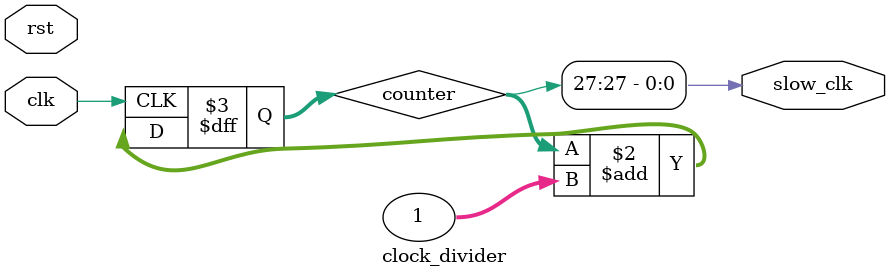
<source format=v>
`timescale 1ns / 1ps


module clock_divider(
    input clk,
    input rst,
    output slow_clk
    );
    reg [31:0] counter; // 27-bit counter for dividing the clock
    always @(posedge clk)
			   begin
	            counter <= counter + 1;
			   end
    assign slow_clk = counter[27];
    
endmodule
</source>
